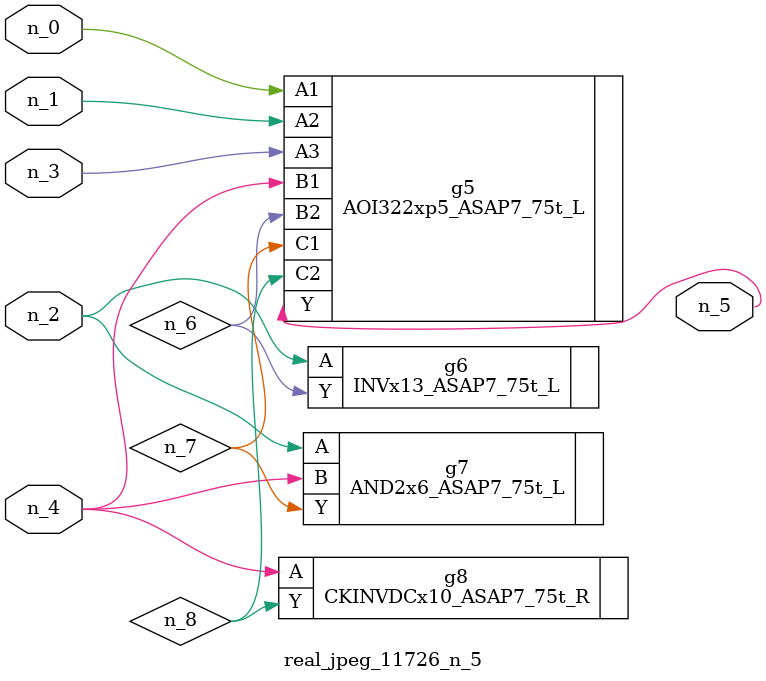
<source format=v>
module real_jpeg_11726_n_5 (n_4, n_0, n_1, n_2, n_3, n_5);

input n_4;
input n_0;
input n_1;
input n_2;
input n_3;

output n_5;

wire n_8;
wire n_6;
wire n_7;

AOI322xp5_ASAP7_75t_L g5 ( 
.A1(n_0),
.A2(n_1),
.A3(n_3),
.B1(n_4),
.B2(n_6),
.C1(n_7),
.C2(n_8),
.Y(n_5)
);

INVx13_ASAP7_75t_L g6 ( 
.A(n_2),
.Y(n_6)
);

AND2x6_ASAP7_75t_L g7 ( 
.A(n_2),
.B(n_4),
.Y(n_7)
);

CKINVDCx10_ASAP7_75t_R g8 ( 
.A(n_4),
.Y(n_8)
);


endmodule
</source>
